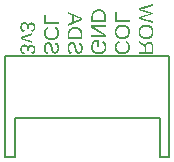
<source format=gbo>
G04 EAGLE Gerber RS-274X export*
G75*
%MOMM*%
%FSLAX34Y34*%
%LPD*%
%INSilkscreen Bottom*%
%IPPOS*%
%AMOC8*
5,1,8,0,0,1.08239X$1,22.5*%
G01*
G04 Define Apertures*
%ADD10C,0.152400*%
G36*
X-53179Y-69317D02*
X-53581Y-69250D01*
X-53956Y-69155D01*
X-54307Y-69032D01*
X-54632Y-68880D01*
X-54932Y-68700D01*
X-55207Y-68492D01*
X-55456Y-68255D01*
X-55680Y-67990D01*
X-55878Y-67699D01*
X-56050Y-67384D01*
X-56195Y-67046D01*
X-56314Y-66684D01*
X-56406Y-66298D01*
X-56472Y-65889D01*
X-56512Y-65456D01*
X-56525Y-64999D01*
X-56511Y-64510D01*
X-56467Y-64050D01*
X-56393Y-63619D01*
X-56291Y-63217D01*
X-56159Y-62843D01*
X-55998Y-62499D01*
X-55808Y-62184D01*
X-55588Y-61898D01*
X-55342Y-61644D01*
X-55071Y-61423D01*
X-54777Y-61237D01*
X-54458Y-61084D01*
X-54116Y-60965D01*
X-53749Y-60880D01*
X-53358Y-60829D01*
X-52943Y-60812D01*
X-52654Y-60824D01*
X-52377Y-60860D01*
X-52113Y-60921D01*
X-51861Y-61005D01*
X-51622Y-61113D01*
X-51396Y-61246D01*
X-51182Y-61402D01*
X-50981Y-61583D01*
X-50796Y-61785D01*
X-50631Y-62007D01*
X-50485Y-62247D01*
X-50359Y-62507D01*
X-50253Y-62786D01*
X-50166Y-63084D01*
X-50100Y-63401D01*
X-50053Y-63738D01*
X-50018Y-63738D01*
X-49944Y-63432D01*
X-49856Y-63145D01*
X-49753Y-62876D01*
X-49636Y-62626D01*
X-49503Y-62395D01*
X-49355Y-62183D01*
X-49192Y-61990D01*
X-49015Y-61815D01*
X-48823Y-61660D01*
X-48617Y-61526D01*
X-48397Y-61412D01*
X-48164Y-61319D01*
X-47917Y-61247D01*
X-47656Y-61195D01*
X-47381Y-61164D01*
X-47092Y-61154D01*
X-46717Y-61170D01*
X-46364Y-61218D01*
X-46032Y-61299D01*
X-45720Y-61411D01*
X-45431Y-61556D01*
X-45162Y-61733D01*
X-44914Y-61942D01*
X-44688Y-62183D01*
X-44486Y-62453D01*
X-44311Y-62749D01*
X-44162Y-63071D01*
X-44041Y-63419D01*
X-43947Y-63793D01*
X-43879Y-64192D01*
X-43839Y-64618D01*
X-43825Y-65069D01*
X-43839Y-65484D01*
X-43878Y-65880D01*
X-43945Y-66257D01*
X-44038Y-66614D01*
X-44157Y-66952D01*
X-44303Y-67270D01*
X-44476Y-67570D01*
X-44675Y-67850D01*
X-44898Y-68106D01*
X-45141Y-68334D01*
X-45406Y-68534D01*
X-45691Y-68705D01*
X-45997Y-68848D01*
X-46324Y-68962D01*
X-46671Y-69049D01*
X-47040Y-69107D01*
X-47162Y-67521D01*
X-46926Y-67487D01*
X-46704Y-67435D01*
X-46495Y-67367D01*
X-46300Y-67282D01*
X-46118Y-67180D01*
X-45950Y-67061D01*
X-45796Y-66925D01*
X-45656Y-66773D01*
X-45531Y-66605D01*
X-45422Y-66426D01*
X-45330Y-66234D01*
X-45255Y-66029D01*
X-45197Y-65812D01*
X-45155Y-65583D01*
X-45130Y-65341D01*
X-45122Y-65086D01*
X-45131Y-64808D01*
X-45157Y-64548D01*
X-45202Y-64305D01*
X-45265Y-64080D01*
X-45346Y-63873D01*
X-45444Y-63683D01*
X-45561Y-63511D01*
X-45695Y-63357D01*
X-45845Y-63220D01*
X-46008Y-63102D01*
X-46184Y-63002D01*
X-46373Y-62920D01*
X-46575Y-62856D01*
X-46790Y-62811D01*
X-47018Y-62783D01*
X-47259Y-62774D01*
X-47502Y-62785D01*
X-47731Y-62819D01*
X-47947Y-62875D01*
X-48149Y-62953D01*
X-48337Y-63053D01*
X-48513Y-63176D01*
X-48674Y-63321D01*
X-48822Y-63488D01*
X-48954Y-63676D01*
X-49069Y-63881D01*
X-49166Y-64105D01*
X-49246Y-64347D01*
X-49308Y-64608D01*
X-49352Y-64886D01*
X-49378Y-65183D01*
X-49387Y-65498D01*
X-49387Y-66356D01*
X-50753Y-66356D01*
X-50753Y-65463D01*
X-50762Y-65108D01*
X-50789Y-64775D01*
X-50833Y-64463D01*
X-50895Y-64172D01*
X-50974Y-63903D01*
X-51071Y-63656D01*
X-51186Y-63430D01*
X-51318Y-63225D01*
X-51466Y-63044D01*
X-51628Y-62886D01*
X-51804Y-62753D01*
X-51994Y-62644D01*
X-52197Y-62559D01*
X-52414Y-62499D01*
X-52646Y-62462D01*
X-52890Y-62450D01*
X-53171Y-62461D01*
X-53433Y-62493D01*
X-53677Y-62546D01*
X-53904Y-62620D01*
X-54113Y-62715D01*
X-54304Y-62832D01*
X-54478Y-62970D01*
X-54633Y-63129D01*
X-54771Y-63307D01*
X-54890Y-63500D01*
X-54991Y-63710D01*
X-55073Y-63936D01*
X-55138Y-64178D01*
X-55184Y-64435D01*
X-55211Y-64709D01*
X-55220Y-64999D01*
X-55212Y-65288D01*
X-55186Y-65560D01*
X-55143Y-65817D01*
X-55083Y-66057D01*
X-55006Y-66281D01*
X-54912Y-66490D01*
X-54801Y-66682D01*
X-54673Y-66858D01*
X-54527Y-67018D01*
X-54365Y-67162D01*
X-54185Y-67290D01*
X-53989Y-67401D01*
X-53775Y-67497D01*
X-53544Y-67577D01*
X-53296Y-67640D01*
X-53031Y-67688D01*
X-53179Y-69317D01*
G37*
G36*
X-53179Y-50379D02*
X-53581Y-50313D01*
X-53956Y-50218D01*
X-54307Y-50094D01*
X-54632Y-49943D01*
X-54932Y-49763D01*
X-55207Y-49554D01*
X-55456Y-49317D01*
X-55680Y-49052D01*
X-55878Y-48761D01*
X-56050Y-48447D01*
X-56195Y-48108D01*
X-56314Y-47746D01*
X-56406Y-47361D01*
X-56472Y-46951D01*
X-56512Y-46518D01*
X-56525Y-46061D01*
X-56511Y-45572D01*
X-56467Y-45112D01*
X-56393Y-44681D01*
X-56291Y-44279D01*
X-56159Y-43906D01*
X-55998Y-43562D01*
X-55808Y-43247D01*
X-55588Y-42961D01*
X-55342Y-42706D01*
X-55071Y-42486D01*
X-54777Y-42299D01*
X-54458Y-42146D01*
X-54116Y-42028D01*
X-53749Y-41943D01*
X-53358Y-41892D01*
X-52943Y-41875D01*
X-52654Y-41887D01*
X-52377Y-41923D01*
X-52113Y-41983D01*
X-51861Y-42068D01*
X-51622Y-42176D01*
X-51396Y-42308D01*
X-51182Y-42465D01*
X-50981Y-42646D01*
X-50796Y-42848D01*
X-50631Y-43069D01*
X-50485Y-43310D01*
X-50359Y-43570D01*
X-50253Y-43849D01*
X-50166Y-44147D01*
X-50100Y-44464D01*
X-50053Y-44800D01*
X-50018Y-44800D01*
X-49944Y-44494D01*
X-49856Y-44207D01*
X-49753Y-43939D01*
X-49636Y-43689D01*
X-49503Y-43458D01*
X-49355Y-43246D01*
X-49192Y-43052D01*
X-49015Y-42878D01*
X-48823Y-42723D01*
X-48617Y-42588D01*
X-48397Y-42475D01*
X-48164Y-42382D01*
X-47917Y-42309D01*
X-47656Y-42258D01*
X-47381Y-42227D01*
X-47092Y-42216D01*
X-46717Y-42232D01*
X-46364Y-42281D01*
X-46032Y-42361D01*
X-45720Y-42474D01*
X-45431Y-42618D01*
X-45162Y-42795D01*
X-44914Y-43004D01*
X-44688Y-43246D01*
X-44486Y-43516D01*
X-44311Y-43812D01*
X-44162Y-44134D01*
X-44041Y-44482D01*
X-43947Y-44855D01*
X-43879Y-45255D01*
X-43839Y-45680D01*
X-43825Y-46131D01*
X-43839Y-46547D01*
X-43878Y-46942D01*
X-43945Y-47319D01*
X-44038Y-47676D01*
X-44157Y-48014D01*
X-44303Y-48333D01*
X-44476Y-48632D01*
X-44675Y-48912D01*
X-44898Y-49169D01*
X-45141Y-49396D01*
X-45406Y-49596D01*
X-45691Y-49767D01*
X-45997Y-49910D01*
X-46324Y-50025D01*
X-46671Y-50111D01*
X-47040Y-50169D01*
X-47162Y-48584D01*
X-46926Y-48549D01*
X-46704Y-48498D01*
X-46495Y-48429D01*
X-46300Y-48344D01*
X-46118Y-48242D01*
X-45950Y-48123D01*
X-45796Y-47988D01*
X-45656Y-47835D01*
X-45531Y-47668D01*
X-45422Y-47488D01*
X-45330Y-47296D01*
X-45255Y-47092D01*
X-45197Y-46875D01*
X-45155Y-46645D01*
X-45130Y-46403D01*
X-45122Y-46149D01*
X-45131Y-45871D01*
X-45157Y-45611D01*
X-45202Y-45368D01*
X-45265Y-45143D01*
X-45346Y-44935D01*
X-45444Y-44746D01*
X-45561Y-44574D01*
X-45695Y-44419D01*
X-45845Y-44283D01*
X-46008Y-44164D01*
X-46184Y-44064D01*
X-46373Y-43982D01*
X-46575Y-43919D01*
X-46790Y-43873D01*
X-47018Y-43846D01*
X-47259Y-43837D01*
X-47502Y-43848D01*
X-47731Y-43881D01*
X-47947Y-43937D01*
X-48149Y-44015D01*
X-48337Y-44116D01*
X-48513Y-44238D01*
X-48674Y-44383D01*
X-48822Y-44551D01*
X-48954Y-44738D01*
X-49069Y-44944D01*
X-49166Y-45168D01*
X-49246Y-45410D01*
X-49308Y-45670D01*
X-49352Y-45949D01*
X-49378Y-46246D01*
X-49387Y-46561D01*
X-49387Y-47419D01*
X-50753Y-47419D01*
X-50753Y-46526D01*
X-50762Y-46171D01*
X-50789Y-45837D01*
X-50833Y-45525D01*
X-50895Y-45235D01*
X-50974Y-44966D01*
X-51071Y-44718D01*
X-51186Y-44492D01*
X-51318Y-44288D01*
X-51466Y-44106D01*
X-51628Y-43949D01*
X-51804Y-43815D01*
X-51994Y-43706D01*
X-52197Y-43622D01*
X-52414Y-43561D01*
X-52646Y-43525D01*
X-52890Y-43513D01*
X-53171Y-43523D01*
X-53433Y-43555D01*
X-53677Y-43608D01*
X-53904Y-43682D01*
X-54113Y-43778D01*
X-54304Y-43894D01*
X-54478Y-44032D01*
X-54633Y-44191D01*
X-54771Y-44369D01*
X-54890Y-44563D01*
X-54991Y-44773D01*
X-55073Y-44998D01*
X-55138Y-45240D01*
X-55184Y-45498D01*
X-55211Y-45772D01*
X-55220Y-46061D01*
X-55212Y-46350D01*
X-55186Y-46623D01*
X-55143Y-46879D01*
X-55083Y-47120D01*
X-55006Y-47344D01*
X-54912Y-47552D01*
X-54801Y-47744D01*
X-54673Y-47920D01*
X-54527Y-48080D01*
X-54365Y-48224D01*
X-54185Y-48352D01*
X-53989Y-48464D01*
X-53775Y-48560D01*
X-53544Y-48639D01*
X-53296Y-48703D01*
X-53031Y-48750D01*
X-53179Y-50379D01*
G37*
G36*
X-46873Y-59970D02*
X-56350Y-56528D01*
X-56350Y-54662D01*
X-46873Y-51124D01*
X-46873Y-52797D01*
X-53057Y-54951D01*
X-54090Y-55293D01*
X-55115Y-55599D01*
X-53039Y-56204D01*
X-46873Y-58288D01*
X-46873Y-59970D01*
G37*
G36*
X-33390Y-69185D02*
X-33769Y-69081D01*
X-34125Y-68947D01*
X-34455Y-68783D01*
X-34761Y-68589D01*
X-35043Y-68366D01*
X-35300Y-68114D01*
X-35533Y-67831D01*
X-35741Y-67519D01*
X-35925Y-67178D01*
X-36084Y-66806D01*
X-36219Y-66405D01*
X-36329Y-65975D01*
X-36415Y-65515D01*
X-36476Y-65025D01*
X-36513Y-64506D01*
X-36525Y-63957D01*
X-36511Y-63367D01*
X-36467Y-62812D01*
X-36393Y-62290D01*
X-36291Y-61803D01*
X-36159Y-61350D01*
X-35998Y-60931D01*
X-35808Y-60546D01*
X-35588Y-60195D01*
X-35342Y-59882D01*
X-35071Y-59610D01*
X-34777Y-59381D01*
X-34458Y-59193D01*
X-34116Y-59047D01*
X-33749Y-58943D01*
X-33358Y-58880D01*
X-32943Y-58859D01*
X-32617Y-58871D01*
X-32312Y-58906D01*
X-32030Y-58965D01*
X-31769Y-59047D01*
X-31528Y-59151D01*
X-31303Y-59272D01*
X-31094Y-59411D01*
X-30902Y-59569D01*
X-30725Y-59742D01*
X-30563Y-59931D01*
X-30414Y-60134D01*
X-30280Y-60352D01*
X-30043Y-60820D01*
X-29838Y-61320D01*
X-29663Y-61849D01*
X-29514Y-62402D01*
X-29247Y-63536D01*
X-29066Y-64315D01*
X-28900Y-64953D01*
X-28748Y-65449D01*
X-28612Y-65805D01*
X-28476Y-66073D01*
X-28325Y-66307D01*
X-28160Y-66508D01*
X-27981Y-66676D01*
X-27783Y-66808D01*
X-27560Y-66903D01*
X-27312Y-66959D01*
X-27040Y-66978D01*
X-26804Y-66966D01*
X-26584Y-66930D01*
X-26378Y-66869D01*
X-26188Y-66783D01*
X-26013Y-66674D01*
X-25852Y-66540D01*
X-25707Y-66382D01*
X-25577Y-66199D01*
X-25462Y-65993D01*
X-25362Y-65765D01*
X-25278Y-65516D01*
X-25209Y-65244D01*
X-25156Y-64951D01*
X-25117Y-64635D01*
X-25094Y-64298D01*
X-25087Y-63939D01*
X-25093Y-63611D01*
X-25114Y-63301D01*
X-25149Y-63010D01*
X-25197Y-62737D01*
X-25259Y-62482D01*
X-25335Y-62246D01*
X-25425Y-62028D01*
X-25529Y-61828D01*
X-25648Y-61645D01*
X-25784Y-61478D01*
X-25936Y-61326D01*
X-26106Y-61189D01*
X-26292Y-61067D01*
X-26495Y-60961D01*
X-26715Y-60870D01*
X-26952Y-60795D01*
X-26663Y-59148D01*
X-26290Y-59270D01*
X-25945Y-59413D01*
X-25628Y-59577D01*
X-25339Y-59761D01*
X-25079Y-59967D01*
X-24848Y-60193D01*
X-24644Y-60440D01*
X-24469Y-60707D01*
X-24318Y-61001D01*
X-24187Y-61325D01*
X-24077Y-61681D01*
X-23986Y-62067D01*
X-23916Y-62484D01*
X-23866Y-62932D01*
X-23835Y-63412D01*
X-23825Y-63922D01*
X-23839Y-64470D01*
X-23879Y-64986D01*
X-23946Y-65469D01*
X-24040Y-65920D01*
X-24161Y-66337D01*
X-24308Y-66722D01*
X-24482Y-67075D01*
X-24684Y-67394D01*
X-24910Y-67679D01*
X-25158Y-67925D01*
X-25430Y-68134D01*
X-25724Y-68304D01*
X-26041Y-68437D01*
X-26380Y-68532D01*
X-26742Y-68588D01*
X-27127Y-68607D01*
X-27463Y-68593D01*
X-27780Y-68549D01*
X-28076Y-68477D01*
X-28353Y-68375D01*
X-28612Y-68246D01*
X-28854Y-68092D01*
X-29079Y-67911D01*
X-29286Y-67705D01*
X-29481Y-67466D01*
X-29666Y-67187D01*
X-29842Y-66869D01*
X-30009Y-66510D01*
X-30171Y-66087D01*
X-30333Y-65576D01*
X-30495Y-64977D01*
X-30657Y-64289D01*
X-31016Y-62757D01*
X-31104Y-62423D01*
X-31202Y-62113D01*
X-31310Y-61827D01*
X-31428Y-61566D01*
X-31559Y-61330D01*
X-31706Y-61122D01*
X-31869Y-60942D01*
X-32050Y-60790D01*
X-32252Y-60670D01*
X-32483Y-60584D01*
X-32743Y-60532D01*
X-33031Y-60515D01*
X-33292Y-60528D01*
X-33537Y-60570D01*
X-33765Y-60638D01*
X-33978Y-60735D01*
X-34174Y-60858D01*
X-34353Y-61010D01*
X-34517Y-61188D01*
X-34664Y-61395D01*
X-34794Y-61626D01*
X-34907Y-61881D01*
X-35003Y-62159D01*
X-35081Y-62460D01*
X-35142Y-62784D01*
X-35185Y-63131D01*
X-35211Y-63502D01*
X-35220Y-63895D01*
X-35212Y-64277D01*
X-35188Y-64638D01*
X-35147Y-64979D01*
X-35090Y-65299D01*
X-35017Y-65598D01*
X-34927Y-65877D01*
X-34821Y-66136D01*
X-34699Y-66374D01*
X-34560Y-66592D01*
X-34402Y-66790D01*
X-34225Y-66968D01*
X-34030Y-67127D01*
X-33817Y-67266D01*
X-33585Y-67386D01*
X-33334Y-67485D01*
X-33066Y-67565D01*
X-33390Y-69185D01*
G37*
G36*
X-30123Y-57120D02*
X-30607Y-57109D01*
X-31075Y-57076D01*
X-31526Y-57020D01*
X-31961Y-56942D01*
X-32379Y-56842D01*
X-32781Y-56719D01*
X-33166Y-56574D01*
X-33534Y-56407D01*
X-33884Y-56218D01*
X-34213Y-56009D01*
X-34521Y-55780D01*
X-34809Y-55531D01*
X-35075Y-55261D01*
X-35321Y-54971D01*
X-35546Y-54661D01*
X-35750Y-54331D01*
X-35932Y-53982D01*
X-36089Y-53618D01*
X-36222Y-53239D01*
X-36331Y-52843D01*
X-36416Y-52432D01*
X-36477Y-52005D01*
X-36513Y-51562D01*
X-36525Y-51103D01*
X-36512Y-50655D01*
X-36473Y-50220D01*
X-36408Y-49799D01*
X-36317Y-49392D01*
X-36200Y-48999D01*
X-36057Y-48619D01*
X-35888Y-48254D01*
X-35693Y-47902D01*
X-35473Y-47567D01*
X-35229Y-47251D01*
X-34962Y-46954D01*
X-34671Y-46677D01*
X-34355Y-46419D01*
X-34016Y-46180D01*
X-33654Y-45961D01*
X-33267Y-45761D01*
X-32584Y-47127D01*
X-32895Y-47295D01*
X-33185Y-47473D01*
X-33456Y-47662D01*
X-33707Y-47860D01*
X-33937Y-48068D01*
X-34148Y-48287D01*
X-34338Y-48515D01*
X-34509Y-48754D01*
X-34659Y-49002D01*
X-34789Y-49261D01*
X-34899Y-49530D01*
X-34990Y-49809D01*
X-35060Y-50098D01*
X-35110Y-50396D01*
X-35140Y-50705D01*
X-35150Y-51024D01*
X-35129Y-51517D01*
X-35064Y-51984D01*
X-34956Y-52424D01*
X-34805Y-52839D01*
X-34611Y-53227D01*
X-34374Y-53589D01*
X-34094Y-53925D01*
X-33771Y-54234D01*
X-33412Y-54513D01*
X-33025Y-54754D01*
X-32611Y-54958D01*
X-32169Y-55125D01*
X-31699Y-55254D01*
X-31201Y-55347D01*
X-30676Y-55403D01*
X-30123Y-55421D01*
X-29564Y-55403D01*
X-29036Y-55350D01*
X-28539Y-55261D01*
X-28072Y-55137D01*
X-27636Y-54976D01*
X-27230Y-54781D01*
X-26855Y-54549D01*
X-26510Y-54283D01*
X-26201Y-53984D01*
X-25933Y-53656D01*
X-25707Y-53301D01*
X-25521Y-52916D01*
X-25377Y-52504D01*
X-25274Y-52062D01*
X-25212Y-51593D01*
X-25192Y-51095D01*
X-25201Y-50774D01*
X-25227Y-50464D01*
X-25272Y-50166D01*
X-25334Y-49878D01*
X-25414Y-49602D01*
X-25512Y-49337D01*
X-25628Y-49082D01*
X-25761Y-48839D01*
X-25911Y-48610D01*
X-26077Y-48397D01*
X-26259Y-48200D01*
X-26457Y-48019D01*
X-26671Y-47855D01*
X-26901Y-47707D01*
X-27146Y-47575D01*
X-27408Y-47460D01*
X-26882Y-45874D01*
X-26515Y-46041D01*
X-26171Y-46229D01*
X-25850Y-46439D01*
X-25553Y-46671D01*
X-25279Y-46925D01*
X-25028Y-47201D01*
X-24800Y-47499D01*
X-24596Y-47819D01*
X-24415Y-48160D01*
X-24259Y-48521D01*
X-24126Y-48902D01*
X-24018Y-49303D01*
X-23934Y-49725D01*
X-23873Y-50167D01*
X-23837Y-50629D01*
X-23825Y-51112D01*
X-23832Y-51460D01*
X-23851Y-51798D01*
X-23884Y-52127D01*
X-23930Y-52446D01*
X-23989Y-52755D01*
X-24061Y-53055D01*
X-24146Y-53345D01*
X-24244Y-53626D01*
X-24355Y-53897D01*
X-24479Y-54158D01*
X-24616Y-54410D01*
X-24766Y-54653D01*
X-25106Y-55109D01*
X-25498Y-55526D01*
X-25936Y-55900D01*
X-26415Y-56224D01*
X-26933Y-56498D01*
X-27207Y-56616D01*
X-27491Y-56722D01*
X-27785Y-56815D01*
X-28089Y-56896D01*
X-28403Y-56965D01*
X-28727Y-57021D01*
X-29061Y-57064D01*
X-29405Y-57095D01*
X-29759Y-57114D01*
X-30123Y-57120D01*
G37*
G36*
X-24009Y-43591D02*
X-36350Y-43591D01*
X-36350Y-35682D01*
X-34984Y-35682D01*
X-34984Y-41918D01*
X-24009Y-41918D01*
X-24009Y-43591D01*
G37*
G36*
X-4009Y-56560D02*
X-16350Y-56560D01*
X-16350Y-51944D01*
X-16338Y-51504D01*
X-16302Y-51077D01*
X-16243Y-50663D01*
X-16160Y-50262D01*
X-16052Y-49875D01*
X-15921Y-49500D01*
X-15767Y-49139D01*
X-15588Y-48791D01*
X-15387Y-48459D01*
X-15165Y-48147D01*
X-14922Y-47854D01*
X-14659Y-47580D01*
X-14374Y-47326D01*
X-14068Y-47091D01*
X-13742Y-46876D01*
X-13394Y-46680D01*
X-13029Y-46506D01*
X-12648Y-46354D01*
X-12253Y-46227D01*
X-11843Y-46122D01*
X-11418Y-46040D01*
X-10977Y-45982D01*
X-10523Y-45947D01*
X-10053Y-45936D01*
X-9695Y-45942D01*
X-9349Y-45962D01*
X-9012Y-45996D01*
X-8686Y-46042D01*
X-8370Y-46102D01*
X-8065Y-46175D01*
X-7770Y-46262D01*
X-7485Y-46362D01*
X-7211Y-46475D01*
X-6947Y-46601D01*
X-6694Y-46741D01*
X-6450Y-46894D01*
X-6218Y-47060D01*
X-5995Y-47240D01*
X-5783Y-47433D01*
X-5581Y-47639D01*
X-5391Y-47858D01*
X-5213Y-48088D01*
X-5047Y-48328D01*
X-4894Y-48581D01*
X-4752Y-48844D01*
X-4623Y-49118D01*
X-4507Y-49404D01*
X-4402Y-49701D01*
X-4310Y-50009D01*
X-4230Y-50328D01*
X-4163Y-50658D01*
X-4108Y-51000D01*
X-4065Y-51353D01*
X-4034Y-51717D01*
X-4015Y-52092D01*
X-4009Y-52478D01*
X-4009Y-56560D01*
G37*
%LPC*%
G36*
X-5349Y-54887D02*
X-5349Y-52513D01*
X-5368Y-51935D01*
X-5425Y-51393D01*
X-5519Y-50885D01*
X-5650Y-50412D01*
X-5820Y-49975D01*
X-6027Y-49573D01*
X-6271Y-49206D01*
X-6554Y-48874D01*
X-6872Y-48580D01*
X-7224Y-48324D01*
X-7610Y-48108D01*
X-8031Y-47932D01*
X-8485Y-47794D01*
X-8973Y-47696D01*
X-9496Y-47637D01*
X-10053Y-47617D01*
X-10427Y-47626D01*
X-10789Y-47652D01*
X-11139Y-47695D01*
X-11476Y-47755D01*
X-11800Y-47833D01*
X-12112Y-47928D01*
X-12411Y-48040D01*
X-12698Y-48169D01*
X-12970Y-48315D01*
X-13225Y-48475D01*
X-13465Y-48650D01*
X-13687Y-48840D01*
X-13894Y-49045D01*
X-14084Y-49265D01*
X-14257Y-49500D01*
X-14414Y-49750D01*
X-14554Y-50012D01*
X-14675Y-50285D01*
X-14777Y-50568D01*
X-14861Y-50861D01*
X-14926Y-51165D01*
X-14973Y-51479D01*
X-15001Y-51803D01*
X-15010Y-52137D01*
X-15010Y-54887D01*
X-5349Y-54887D01*
G37*
%LPD*%
G36*
X-16350Y-45027D02*
X-16350Y-43293D01*
X-12742Y-41874D01*
X-12742Y-36251D01*
X-16350Y-34841D01*
X-16350Y-33133D01*
X-4009Y-38091D01*
X-4009Y-39991D01*
X-16350Y-45027D01*
G37*
%LPC*%
G36*
X-11436Y-41366D02*
X-7381Y-39790D01*
X-6346Y-39413D01*
X-5516Y-39142D01*
X-5270Y-39063D01*
X-5997Y-38826D01*
X-6720Y-38581D01*
X-7364Y-38336D01*
X-11436Y-36751D01*
X-11436Y-41366D01*
G37*
%LPD*%
G36*
X-13390Y-69185D02*
X-13769Y-69081D01*
X-14125Y-68947D01*
X-14455Y-68783D01*
X-14761Y-68589D01*
X-15043Y-68366D01*
X-15300Y-68114D01*
X-15533Y-67831D01*
X-15741Y-67519D01*
X-15925Y-67178D01*
X-16084Y-66806D01*
X-16219Y-66405D01*
X-16329Y-65975D01*
X-16415Y-65515D01*
X-16476Y-65025D01*
X-16513Y-64506D01*
X-16525Y-63957D01*
X-16511Y-63367D01*
X-16467Y-62812D01*
X-16393Y-62290D01*
X-16291Y-61803D01*
X-16159Y-61350D01*
X-15998Y-60931D01*
X-15808Y-60546D01*
X-15588Y-60195D01*
X-15342Y-59882D01*
X-15071Y-59610D01*
X-14777Y-59381D01*
X-14458Y-59193D01*
X-14116Y-59047D01*
X-13749Y-58943D01*
X-13358Y-58880D01*
X-12943Y-58859D01*
X-12617Y-58871D01*
X-12312Y-58906D01*
X-12030Y-58965D01*
X-11769Y-59047D01*
X-11528Y-59151D01*
X-11303Y-59272D01*
X-11094Y-59411D01*
X-10902Y-59569D01*
X-10725Y-59742D01*
X-10563Y-59931D01*
X-10414Y-60134D01*
X-10280Y-60352D01*
X-10043Y-60820D01*
X-9838Y-61320D01*
X-9663Y-61849D01*
X-9514Y-62402D01*
X-9247Y-63536D01*
X-9066Y-64315D01*
X-8900Y-64953D01*
X-8748Y-65449D01*
X-8612Y-65805D01*
X-8476Y-66073D01*
X-8325Y-66307D01*
X-8160Y-66508D01*
X-7981Y-66676D01*
X-7783Y-66808D01*
X-7560Y-66903D01*
X-7312Y-66959D01*
X-7040Y-66978D01*
X-6804Y-66966D01*
X-6584Y-66930D01*
X-6378Y-66869D01*
X-6188Y-66783D01*
X-6013Y-66674D01*
X-5852Y-66540D01*
X-5707Y-66382D01*
X-5577Y-66199D01*
X-5462Y-65993D01*
X-5362Y-65765D01*
X-5278Y-65516D01*
X-5209Y-65244D01*
X-5156Y-64951D01*
X-5117Y-64635D01*
X-5094Y-64298D01*
X-5087Y-63939D01*
X-5093Y-63611D01*
X-5114Y-63301D01*
X-5149Y-63010D01*
X-5197Y-62737D01*
X-5259Y-62482D01*
X-5335Y-62246D01*
X-5425Y-62028D01*
X-5529Y-61828D01*
X-5648Y-61645D01*
X-5784Y-61478D01*
X-5936Y-61326D01*
X-6106Y-61189D01*
X-6292Y-61067D01*
X-6495Y-60961D01*
X-6715Y-60870D01*
X-6952Y-60795D01*
X-6663Y-59148D01*
X-6290Y-59270D01*
X-5945Y-59413D01*
X-5628Y-59577D01*
X-5339Y-59761D01*
X-5079Y-59967D01*
X-4848Y-60193D01*
X-4644Y-60440D01*
X-4469Y-60707D01*
X-4318Y-61001D01*
X-4187Y-61325D01*
X-4077Y-61681D01*
X-3986Y-62067D01*
X-3916Y-62484D01*
X-3866Y-62932D01*
X-3835Y-63412D01*
X-3825Y-63922D01*
X-3839Y-64470D01*
X-3879Y-64986D01*
X-3946Y-65469D01*
X-4040Y-65920D01*
X-4161Y-66337D01*
X-4308Y-66722D01*
X-4482Y-67075D01*
X-4684Y-67394D01*
X-4910Y-67679D01*
X-5158Y-67925D01*
X-5430Y-68134D01*
X-5724Y-68304D01*
X-6041Y-68437D01*
X-6380Y-68532D01*
X-6742Y-68588D01*
X-7127Y-68607D01*
X-7463Y-68593D01*
X-7780Y-68549D01*
X-8076Y-68477D01*
X-8353Y-68375D01*
X-8612Y-68246D01*
X-8854Y-68092D01*
X-9079Y-67911D01*
X-9286Y-67705D01*
X-9481Y-67466D01*
X-9666Y-67187D01*
X-9842Y-66869D01*
X-10009Y-66510D01*
X-10171Y-66087D01*
X-10333Y-65576D01*
X-10495Y-64977D01*
X-10657Y-64289D01*
X-11016Y-62757D01*
X-11104Y-62423D01*
X-11202Y-62113D01*
X-11310Y-61827D01*
X-11428Y-61566D01*
X-11559Y-61330D01*
X-11706Y-61122D01*
X-11869Y-60942D01*
X-12050Y-60790D01*
X-12252Y-60670D01*
X-12483Y-60584D01*
X-12743Y-60532D01*
X-13031Y-60515D01*
X-13292Y-60528D01*
X-13537Y-60570D01*
X-13765Y-60638D01*
X-13978Y-60735D01*
X-14174Y-60858D01*
X-14353Y-61010D01*
X-14517Y-61188D01*
X-14664Y-61395D01*
X-14794Y-61626D01*
X-14907Y-61881D01*
X-15003Y-62159D01*
X-15081Y-62460D01*
X-15142Y-62784D01*
X-15185Y-63131D01*
X-15211Y-63502D01*
X-15220Y-63895D01*
X-15212Y-64277D01*
X-15188Y-64638D01*
X-15147Y-64979D01*
X-15090Y-65299D01*
X-15017Y-65598D01*
X-14927Y-65877D01*
X-14821Y-66136D01*
X-14699Y-66374D01*
X-14560Y-66592D01*
X-14402Y-66790D01*
X-14225Y-66968D01*
X-14030Y-67127D01*
X-13817Y-67266D01*
X-13585Y-67386D01*
X-13334Y-67485D01*
X-13066Y-67565D01*
X-13390Y-69185D01*
G37*
G36*
X15991Y-41622D02*
X3650Y-41622D01*
X3650Y-37007D01*
X3662Y-36566D01*
X3698Y-36139D01*
X3757Y-35726D01*
X3840Y-35325D01*
X3948Y-34937D01*
X4079Y-34563D01*
X4233Y-34202D01*
X4412Y-33854D01*
X4613Y-33522D01*
X4835Y-33209D01*
X5078Y-32916D01*
X5341Y-32643D01*
X5626Y-32389D01*
X5932Y-32154D01*
X6258Y-31939D01*
X6606Y-31743D01*
X6971Y-31568D01*
X7352Y-31417D01*
X7747Y-31289D01*
X8157Y-31184D01*
X8582Y-31103D01*
X9023Y-31045D01*
X9478Y-31010D01*
X9947Y-30998D01*
X10305Y-31005D01*
X10651Y-31025D01*
X10988Y-31058D01*
X11314Y-31105D01*
X11630Y-31165D01*
X11935Y-31238D01*
X12230Y-31324D01*
X12515Y-31424D01*
X12789Y-31537D01*
X13053Y-31664D01*
X13306Y-31803D01*
X13550Y-31956D01*
X13782Y-32123D01*
X14005Y-32303D01*
X14217Y-32495D01*
X14419Y-32702D01*
X14609Y-32920D01*
X14787Y-33150D01*
X14953Y-33391D01*
X15106Y-33643D01*
X15248Y-33906D01*
X15377Y-34181D01*
X15493Y-34466D01*
X15598Y-34763D01*
X15690Y-35071D01*
X15770Y-35391D01*
X15837Y-35721D01*
X15893Y-36063D01*
X15936Y-36415D01*
X15966Y-36779D01*
X15985Y-37155D01*
X15991Y-37541D01*
X15991Y-41622D01*
G37*
%LPC*%
G36*
X14651Y-39949D02*
X14651Y-37576D01*
X14632Y-36998D01*
X14575Y-36455D01*
X14481Y-35947D01*
X14350Y-35475D01*
X14180Y-35038D01*
X13973Y-34635D01*
X13729Y-34269D01*
X13446Y-33937D01*
X13128Y-33642D01*
X12776Y-33387D01*
X12390Y-33171D01*
X11970Y-32994D01*
X11515Y-32857D01*
X11027Y-32758D01*
X10504Y-32700D01*
X9947Y-32680D01*
X9573Y-32688D01*
X9211Y-32714D01*
X8861Y-32757D01*
X8524Y-32818D01*
X8200Y-32895D01*
X7888Y-32990D01*
X7589Y-33102D01*
X7302Y-33232D01*
X7030Y-33377D01*
X6775Y-33537D01*
X6535Y-33713D01*
X6313Y-33903D01*
X6106Y-34108D01*
X5916Y-34328D01*
X5743Y-34563D01*
X5586Y-34813D01*
X5446Y-35075D01*
X5325Y-35348D01*
X5223Y-35631D01*
X5139Y-35924D01*
X5074Y-36227D01*
X5027Y-36541D01*
X4999Y-36865D01*
X4990Y-37199D01*
X4990Y-39949D01*
X14651Y-39949D01*
G37*
%LPD*%
G36*
X15991Y-54591D02*
X3650Y-54591D01*
X3650Y-53102D01*
X11848Y-53102D01*
X13311Y-53146D01*
X14160Y-53190D01*
X3650Y-46586D01*
X3650Y-44571D01*
X15991Y-44571D01*
X15991Y-46078D01*
X7898Y-46078D01*
X6891Y-46052D01*
X5410Y-45973D01*
X15991Y-52647D01*
X15991Y-54591D01*
G37*
G36*
X9877Y-69098D02*
X9395Y-69086D01*
X8928Y-69052D01*
X8478Y-68994D01*
X8044Y-68913D01*
X7625Y-68809D01*
X7223Y-68682D01*
X6836Y-68531D01*
X6466Y-68358D01*
X6114Y-68162D01*
X5784Y-67946D01*
X5474Y-67710D01*
X5186Y-67452D01*
X4919Y-67174D01*
X4673Y-66876D01*
X4449Y-66556D01*
X4246Y-66216D01*
X4065Y-65858D01*
X3908Y-65482D01*
X3776Y-65090D01*
X3668Y-64681D01*
X3583Y-64256D01*
X3523Y-63814D01*
X3487Y-63355D01*
X3475Y-62879D01*
X3483Y-62467D01*
X3509Y-62062D01*
X3552Y-61665D01*
X3612Y-61275D01*
X3689Y-60893D01*
X3783Y-60519D01*
X3894Y-60152D01*
X4022Y-59792D01*
X4166Y-59443D01*
X4324Y-59108D01*
X4496Y-58787D01*
X4682Y-58479D01*
X4883Y-58186D01*
X5097Y-57906D01*
X5326Y-57640D01*
X5568Y-57388D01*
X9825Y-57388D01*
X9825Y-62617D01*
X8423Y-62617D01*
X8423Y-58929D01*
X6199Y-58929D01*
X5900Y-59278D01*
X5634Y-59677D01*
X5401Y-60126D01*
X5200Y-60624D01*
X5039Y-61157D01*
X4924Y-61711D01*
X4855Y-62285D01*
X4832Y-62879D01*
X4854Y-63395D01*
X4917Y-63882D01*
X5023Y-64340D01*
X5171Y-64769D01*
X5361Y-65170D01*
X5594Y-65541D01*
X5868Y-65884D01*
X6186Y-66199D01*
X6539Y-66480D01*
X6924Y-66724D01*
X7339Y-66930D01*
X7785Y-67099D01*
X8262Y-67230D01*
X8770Y-67324D01*
X9308Y-67380D01*
X9877Y-67399D01*
X10448Y-67381D01*
X10985Y-67328D01*
X11489Y-67240D01*
X11961Y-67116D01*
X12399Y-66957D01*
X12805Y-66763D01*
X13177Y-66534D01*
X13517Y-66269D01*
X13819Y-65971D01*
X14082Y-65641D01*
X14304Y-65280D01*
X14485Y-64887D01*
X14627Y-64463D01*
X14728Y-64008D01*
X14788Y-63520D01*
X14808Y-63002D01*
X14801Y-62665D01*
X14778Y-62343D01*
X14741Y-62034D01*
X14688Y-61740D01*
X14620Y-61459D01*
X14537Y-61193D01*
X14440Y-60941D01*
X14327Y-60703D01*
X14197Y-60478D01*
X14050Y-60266D01*
X13885Y-60066D01*
X13703Y-59878D01*
X13502Y-59703D01*
X13284Y-59541D01*
X13048Y-59391D01*
X12794Y-59253D01*
X13267Y-57659D01*
X13635Y-57841D01*
X13977Y-58042D01*
X14293Y-58261D01*
X14583Y-58498D01*
X14847Y-58753D01*
X15085Y-59027D01*
X15297Y-59319D01*
X15483Y-59630D01*
X15645Y-59962D01*
X15786Y-60317D01*
X15904Y-60697D01*
X16002Y-61101D01*
X16077Y-61529D01*
X16131Y-61982D01*
X16164Y-62458D01*
X16175Y-62958D01*
X16168Y-63318D01*
X16149Y-63667D01*
X16117Y-64006D01*
X16072Y-64335D01*
X16014Y-64654D01*
X15943Y-64962D01*
X15860Y-65260D01*
X15763Y-65549D01*
X15654Y-65826D01*
X15532Y-66094D01*
X15396Y-66352D01*
X15249Y-66599D01*
X15088Y-66836D01*
X14914Y-67063D01*
X14528Y-67486D01*
X14095Y-67864D01*
X13863Y-68034D01*
X13620Y-68191D01*
X13366Y-68336D01*
X13102Y-68468D01*
X12827Y-68588D01*
X12542Y-68695D01*
X12246Y-68789D01*
X11940Y-68871D01*
X11622Y-68941D01*
X11295Y-68997D01*
X10956Y-69041D01*
X10607Y-69073D01*
X10248Y-69092D01*
X9877Y-69098D01*
G37*
G36*
X29877Y-56182D02*
X29399Y-56170D01*
X28936Y-56136D01*
X28487Y-56079D01*
X28054Y-56000D01*
X27637Y-55898D01*
X27234Y-55773D01*
X26847Y-55625D01*
X26475Y-55455D01*
X26121Y-55263D01*
X25788Y-55050D01*
X25478Y-54818D01*
X25188Y-54565D01*
X24920Y-54291D01*
X24674Y-53997D01*
X24449Y-53683D01*
X24246Y-53348D01*
X24065Y-52995D01*
X23908Y-52626D01*
X23776Y-52240D01*
X23668Y-51839D01*
X23583Y-51420D01*
X23523Y-50986D01*
X23487Y-50535D01*
X23475Y-50068D01*
X23487Y-49605D01*
X23524Y-49158D01*
X23584Y-48726D01*
X23670Y-48310D01*
X23779Y-47909D01*
X23913Y-47524D01*
X24072Y-47155D01*
X24254Y-46801D01*
X24460Y-46465D01*
X24686Y-46150D01*
X24934Y-45854D01*
X25202Y-45578D01*
X25492Y-45323D01*
X25803Y-45088D01*
X26135Y-44872D01*
X26488Y-44677D01*
X26859Y-44504D01*
X27245Y-44354D01*
X27646Y-44226D01*
X28062Y-44122D01*
X28493Y-44041D01*
X28940Y-43984D01*
X29401Y-43949D01*
X29877Y-43937D01*
X30355Y-43949D01*
X30817Y-43983D01*
X31263Y-44040D01*
X31693Y-44120D01*
X32106Y-44223D01*
X32503Y-44349D01*
X32884Y-44497D01*
X33249Y-44669D01*
X33596Y-44862D01*
X33921Y-45075D01*
X34225Y-45309D01*
X34507Y-45563D01*
X34769Y-45838D01*
X35009Y-46133D01*
X35228Y-46448D01*
X35426Y-46784D01*
X35601Y-47138D01*
X35753Y-47507D01*
X35882Y-47892D01*
X35988Y-48292D01*
X36069Y-48709D01*
X36128Y-49140D01*
X36163Y-49588D01*
X36175Y-50051D01*
X36168Y-50407D01*
X36149Y-50753D01*
X36116Y-51090D01*
X36070Y-51417D01*
X36012Y-51733D01*
X35940Y-52040D01*
X35855Y-52337D01*
X35758Y-52624D01*
X35647Y-52900D01*
X35523Y-53168D01*
X35386Y-53425D01*
X35236Y-53672D01*
X35073Y-53909D01*
X34897Y-54136D01*
X34506Y-54561D01*
X34069Y-54941D01*
X33591Y-55270D01*
X33337Y-55416D01*
X33073Y-55549D01*
X32799Y-55669D01*
X32515Y-55777D01*
X32220Y-55872D01*
X31916Y-55954D01*
X31601Y-56023D01*
X31277Y-56080D01*
X30942Y-56125D01*
X30597Y-56156D01*
X30242Y-56175D01*
X29877Y-56182D01*
G37*
%LPC*%
G36*
X29877Y-54483D02*
X30446Y-54464D01*
X30981Y-54410D01*
X31485Y-54320D01*
X31955Y-54194D01*
X32393Y-54031D01*
X32799Y-53832D01*
X33172Y-53597D01*
X33512Y-53326D01*
X33816Y-53022D01*
X34079Y-52688D01*
X34302Y-52324D01*
X34484Y-51929D01*
X34626Y-51505D01*
X34727Y-51050D01*
X34788Y-50566D01*
X34808Y-50051D01*
X34788Y-49540D01*
X34726Y-49059D01*
X34624Y-48608D01*
X34480Y-48186D01*
X34295Y-47794D01*
X34069Y-47432D01*
X33803Y-47100D01*
X33495Y-46797D01*
X33151Y-46527D01*
X32776Y-46293D01*
X32370Y-46095D01*
X31933Y-45933D01*
X31466Y-45807D01*
X30967Y-45717D01*
X30438Y-45663D01*
X29877Y-45645D01*
X29292Y-45663D01*
X28741Y-45717D01*
X28224Y-45806D01*
X27741Y-45931D01*
X27293Y-46092D01*
X26878Y-46288D01*
X26497Y-46520D01*
X26151Y-46788D01*
X25842Y-47089D01*
X25574Y-47422D01*
X25347Y-47785D01*
X25162Y-48180D01*
X25018Y-48605D01*
X24915Y-49062D01*
X24853Y-49549D01*
X24832Y-50068D01*
X24854Y-50573D01*
X24918Y-51049D01*
X25024Y-51498D01*
X25173Y-51917D01*
X25364Y-52309D01*
X25599Y-52672D01*
X25875Y-53007D01*
X26194Y-53313D01*
X26550Y-53587D01*
X26935Y-53825D01*
X27351Y-54026D01*
X27796Y-54190D01*
X28271Y-54318D01*
X28777Y-54409D01*
X29312Y-54464D01*
X29877Y-54483D01*
G37*
%LPD*%
G36*
X29877Y-69089D02*
X29393Y-69078D01*
X28925Y-69045D01*
X28474Y-68989D01*
X28039Y-68911D01*
X27621Y-68810D01*
X27219Y-68688D01*
X26834Y-68543D01*
X26466Y-68375D01*
X26116Y-68187D01*
X25787Y-67978D01*
X25479Y-67749D01*
X25192Y-67499D01*
X24925Y-67230D01*
X24679Y-66940D01*
X24454Y-66630D01*
X24250Y-66300D01*
X24068Y-65951D01*
X23911Y-65587D01*
X23778Y-65207D01*
X23669Y-64812D01*
X23584Y-64400D01*
X23523Y-63973D01*
X23487Y-63531D01*
X23475Y-63072D01*
X23488Y-62623D01*
X23527Y-62189D01*
X23592Y-61768D01*
X23683Y-61361D01*
X23800Y-60968D01*
X23943Y-60588D01*
X24112Y-60223D01*
X24307Y-59871D01*
X24527Y-59536D01*
X24771Y-59220D01*
X25038Y-58923D01*
X25329Y-58646D01*
X25645Y-58388D01*
X25984Y-58149D01*
X26346Y-57929D01*
X26733Y-57729D01*
X27416Y-59096D01*
X27105Y-59264D01*
X26815Y-59442D01*
X26544Y-59630D01*
X26293Y-59829D01*
X26063Y-60037D01*
X25852Y-60255D01*
X25662Y-60484D01*
X25491Y-60723D01*
X25341Y-60971D01*
X25211Y-61230D01*
X25101Y-61499D01*
X25010Y-61777D01*
X24940Y-62066D01*
X24890Y-62365D01*
X24860Y-62674D01*
X24850Y-62993D01*
X24871Y-63486D01*
X24936Y-63953D01*
X25044Y-64393D01*
X25195Y-64807D01*
X25389Y-65195D01*
X25626Y-65558D01*
X25906Y-65893D01*
X26229Y-66203D01*
X26588Y-66481D01*
X26975Y-66722D01*
X27389Y-66926D01*
X27831Y-67093D01*
X28301Y-67223D01*
X28799Y-67316D01*
X29324Y-67371D01*
X29877Y-67390D01*
X30436Y-67372D01*
X30964Y-67319D01*
X31461Y-67230D01*
X31928Y-67105D01*
X32364Y-66945D01*
X32770Y-66750D01*
X33145Y-66518D01*
X33490Y-66251D01*
X33799Y-65952D01*
X34067Y-65625D01*
X34293Y-65269D01*
X34479Y-64885D01*
X34623Y-64472D01*
X34726Y-64031D01*
X34788Y-63561D01*
X34808Y-63063D01*
X34799Y-62743D01*
X34773Y-62433D01*
X34728Y-62134D01*
X34666Y-61847D01*
X34586Y-61571D01*
X34488Y-61305D01*
X34373Y-61051D01*
X34239Y-60808D01*
X34089Y-60579D01*
X33923Y-60365D01*
X33741Y-60168D01*
X33543Y-59988D01*
X33329Y-59824D01*
X33099Y-59676D01*
X32854Y-59544D01*
X32592Y-59428D01*
X33118Y-57843D01*
X33485Y-58010D01*
X33829Y-58198D01*
X34150Y-58408D01*
X34447Y-58640D01*
X34721Y-58894D01*
X34972Y-59170D01*
X35200Y-59468D01*
X35404Y-59788D01*
X35585Y-60128D01*
X35741Y-60489D01*
X35874Y-60871D01*
X35982Y-61272D01*
X36066Y-61694D01*
X36127Y-62136D01*
X36163Y-62598D01*
X36175Y-63081D01*
X36168Y-63429D01*
X36149Y-63767D01*
X36116Y-64095D01*
X36070Y-64414D01*
X36011Y-64724D01*
X35939Y-65024D01*
X35855Y-65314D01*
X35756Y-65594D01*
X35645Y-65866D01*
X35521Y-66127D01*
X35384Y-66379D01*
X35234Y-66621D01*
X34894Y-67077D01*
X34502Y-67495D01*
X34064Y-67869D01*
X33585Y-68192D01*
X33067Y-68466D01*
X32793Y-68585D01*
X32509Y-68691D01*
X32215Y-68784D01*
X31911Y-68865D01*
X31597Y-68933D01*
X31273Y-68990D01*
X30939Y-69033D01*
X30595Y-69064D01*
X30241Y-69083D01*
X29877Y-69089D01*
G37*
G36*
X35991Y-41622D02*
X23650Y-41622D01*
X23650Y-33713D01*
X25016Y-33713D01*
X25016Y-39949D01*
X35991Y-39949D01*
X35991Y-41622D01*
G37*
G36*
X49877Y-56182D02*
X49399Y-56170D01*
X48936Y-56136D01*
X48487Y-56079D01*
X48054Y-56000D01*
X47637Y-55898D01*
X47234Y-55773D01*
X46847Y-55625D01*
X46475Y-55455D01*
X46121Y-55263D01*
X45788Y-55050D01*
X45478Y-54818D01*
X45188Y-54565D01*
X44920Y-54291D01*
X44674Y-53997D01*
X44449Y-53683D01*
X44246Y-53348D01*
X44065Y-52995D01*
X43908Y-52626D01*
X43776Y-52240D01*
X43668Y-51839D01*
X43583Y-51420D01*
X43523Y-50986D01*
X43487Y-50535D01*
X43475Y-50068D01*
X43487Y-49605D01*
X43524Y-49158D01*
X43584Y-48726D01*
X43670Y-48310D01*
X43779Y-47909D01*
X43913Y-47524D01*
X44072Y-47155D01*
X44254Y-46801D01*
X44460Y-46465D01*
X44686Y-46150D01*
X44934Y-45854D01*
X45202Y-45578D01*
X45492Y-45323D01*
X45803Y-45088D01*
X46135Y-44872D01*
X46488Y-44677D01*
X46859Y-44504D01*
X47245Y-44354D01*
X47646Y-44226D01*
X48062Y-44122D01*
X48493Y-44041D01*
X48940Y-43984D01*
X49401Y-43949D01*
X49877Y-43937D01*
X50355Y-43949D01*
X50817Y-43983D01*
X51263Y-44040D01*
X51693Y-44120D01*
X52106Y-44223D01*
X52503Y-44349D01*
X52884Y-44497D01*
X53249Y-44669D01*
X53596Y-44862D01*
X53921Y-45075D01*
X54225Y-45309D01*
X54507Y-45563D01*
X54769Y-45838D01*
X55009Y-46133D01*
X55228Y-46448D01*
X55426Y-46784D01*
X55601Y-47138D01*
X55753Y-47507D01*
X55882Y-47892D01*
X55988Y-48292D01*
X56069Y-48709D01*
X56128Y-49140D01*
X56163Y-49588D01*
X56175Y-50051D01*
X56168Y-50407D01*
X56149Y-50753D01*
X56116Y-51090D01*
X56070Y-51417D01*
X56012Y-51733D01*
X55940Y-52040D01*
X55855Y-52337D01*
X55758Y-52624D01*
X55647Y-52900D01*
X55523Y-53168D01*
X55386Y-53425D01*
X55236Y-53672D01*
X55073Y-53909D01*
X54897Y-54136D01*
X54506Y-54561D01*
X54069Y-54941D01*
X53591Y-55270D01*
X53337Y-55416D01*
X53073Y-55549D01*
X52799Y-55669D01*
X52515Y-55777D01*
X52220Y-55872D01*
X51916Y-55954D01*
X51601Y-56023D01*
X51277Y-56080D01*
X50942Y-56125D01*
X50597Y-56156D01*
X50242Y-56175D01*
X49877Y-56182D01*
G37*
%LPC*%
G36*
X49877Y-54483D02*
X50446Y-54464D01*
X50981Y-54410D01*
X51485Y-54320D01*
X51955Y-54194D01*
X52393Y-54031D01*
X52799Y-53832D01*
X53172Y-53597D01*
X53512Y-53326D01*
X53816Y-53022D01*
X54079Y-52688D01*
X54302Y-52324D01*
X54484Y-51929D01*
X54626Y-51505D01*
X54727Y-51050D01*
X54788Y-50566D01*
X54808Y-50051D01*
X54788Y-49540D01*
X54726Y-49059D01*
X54624Y-48608D01*
X54480Y-48186D01*
X54295Y-47794D01*
X54069Y-47432D01*
X53803Y-47100D01*
X53495Y-46797D01*
X53151Y-46527D01*
X52776Y-46293D01*
X52370Y-46095D01*
X51933Y-45933D01*
X51466Y-45807D01*
X50967Y-45717D01*
X50438Y-45663D01*
X49877Y-45645D01*
X49292Y-45663D01*
X48741Y-45717D01*
X48224Y-45806D01*
X47741Y-45931D01*
X47293Y-46092D01*
X46878Y-46288D01*
X46497Y-46520D01*
X46151Y-46788D01*
X45842Y-47089D01*
X45574Y-47422D01*
X45347Y-47785D01*
X45162Y-48180D01*
X45018Y-48605D01*
X44915Y-49062D01*
X44853Y-49549D01*
X44832Y-50068D01*
X44854Y-50573D01*
X44918Y-51049D01*
X45024Y-51498D01*
X45173Y-51917D01*
X45364Y-52309D01*
X45599Y-52672D01*
X45875Y-53007D01*
X46194Y-53313D01*
X46550Y-53587D01*
X46935Y-53825D01*
X47351Y-54026D01*
X47796Y-54190D01*
X48271Y-54318D01*
X48777Y-54409D01*
X49312Y-54464D01*
X49877Y-54483D01*
G37*
%LPD*%
G36*
X55991Y-68529D02*
X43650Y-68529D01*
X43650Y-66856D01*
X48774Y-66856D01*
X48774Y-63011D01*
X43650Y-59805D01*
X43650Y-57878D01*
X46703Y-59890D01*
X48966Y-61382D01*
X49039Y-61039D01*
X49132Y-60715D01*
X49248Y-60410D01*
X49385Y-60124D01*
X49477Y-59968D01*
X49543Y-59857D01*
X49724Y-59609D01*
X49925Y-59380D01*
X50149Y-59170D01*
X50390Y-58982D01*
X50645Y-58819D01*
X50913Y-58682D01*
X51195Y-58569D01*
X51491Y-58481D01*
X51801Y-58419D01*
X52124Y-58381D01*
X52461Y-58369D01*
X52866Y-58386D01*
X53247Y-58440D01*
X53606Y-58528D01*
X53942Y-58652D01*
X54256Y-58812D01*
X54546Y-59007D01*
X54813Y-59237D01*
X55058Y-59503D01*
X55277Y-59801D01*
X55466Y-60129D01*
X55626Y-60487D01*
X55758Y-60875D01*
X55860Y-61292D01*
X55932Y-61739D01*
X55976Y-62215D01*
X55991Y-62722D01*
X55991Y-68529D01*
G37*
%LPC*%
G36*
X54651Y-66856D02*
X54651Y-62888D01*
X54642Y-62554D01*
X54615Y-62241D01*
X54571Y-61947D01*
X54510Y-61674D01*
X54430Y-61421D01*
X54333Y-61188D01*
X54218Y-60975D01*
X54086Y-60782D01*
X53937Y-60610D01*
X53771Y-60462D01*
X53590Y-60336D01*
X53393Y-60233D01*
X53180Y-60153D01*
X52950Y-60096D01*
X52705Y-60062D01*
X52444Y-60050D01*
X52173Y-60062D01*
X51918Y-60095D01*
X51679Y-60152D01*
X51455Y-60231D01*
X51246Y-60333D01*
X51053Y-60457D01*
X50876Y-60604D01*
X50714Y-60773D01*
X50569Y-60963D01*
X50444Y-61172D01*
X50337Y-61399D01*
X50251Y-61645D01*
X50183Y-61910D01*
X50135Y-62194D01*
X50106Y-62497D01*
X50096Y-62818D01*
X50096Y-66856D01*
X54651Y-66856D01*
G37*
%LPD*%
G36*
X55991Y-43015D02*
X43650Y-39380D01*
X43650Y-37383D01*
X49890Y-35669D01*
X52426Y-34992D01*
X54125Y-34607D01*
X52516Y-34252D01*
X51489Y-33994D01*
X43650Y-31857D01*
X43650Y-29860D01*
X55991Y-26225D01*
X55991Y-27968D01*
X49618Y-29739D01*
X47070Y-30429D01*
X45428Y-30814D01*
X45121Y-30893D01*
X46571Y-31226D01*
X48310Y-31664D01*
X55991Y-33810D01*
X55991Y-35413D01*
X49985Y-37097D01*
X48198Y-37588D01*
X47223Y-37843D01*
X45121Y-38329D01*
X46659Y-38677D01*
X48152Y-39056D01*
X55991Y-41272D01*
X55991Y-43015D01*
G37*
D10*
X69500Y-70800D02*
X69500Y-156300D01*
X69500Y-70800D02*
X-69500Y-70800D01*
X-69500Y-156300D01*
X61500Y-156300D02*
X69500Y-156300D01*
X61500Y-156300D02*
X61500Y-123300D01*
X-61500Y-123300D01*
X-61500Y-156300D01*
X-69500Y-156300D01*
M02*

</source>
